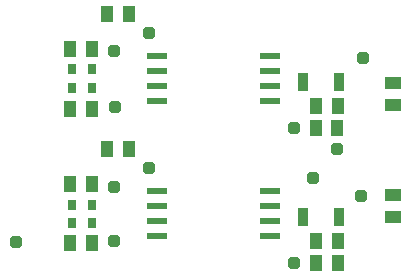
<source format=gtp>
G04*
G04 #@! TF.GenerationSoftware,Altium Limited,Altium Designer,21.6.4 (81)*
G04*
G04 Layer_Color=8421504*
%FSLAX25Y25*%
%MOIN*%
G70*
G04*
G04 #@! TF.SameCoordinates,1C97AE3E-24CA-4656-ADB5-1DC68C47BFAE*
G04*
G04*
G04 #@! TF.FilePolarity,Positive*
G04*
G01*
G75*
%ADD16R,0.07087X0.02362*%
%ADD17R,0.02756X0.03347*%
%ADD18R,0.03543X0.06496*%
G04:AMPARAMS|DCode=19|XSize=39.37mil|YSize=39.37mil|CornerRadius=9.84mil|HoleSize=0mil|Usage=FLASHONLY|Rotation=90.000|XOffset=0mil|YOffset=0mil|HoleType=Round|Shape=RoundedRectangle|*
%AMROUNDEDRECTD19*
21,1,0.03937,0.01968,0,0,90.0*
21,1,0.01968,0.03937,0,0,90.0*
1,1,0.01968,0.00984,0.00984*
1,1,0.01968,0.00984,-0.00984*
1,1,0.01968,-0.00984,-0.00984*
1,1,0.01968,-0.00984,0.00984*
%
%ADD19ROUNDEDRECTD19*%
%ADD20R,0.03937X0.05315*%
%ADD21R,0.05315X0.03937*%
D16*
X-71000Y93000D02*
D03*
Y98000D02*
D03*
Y103000D02*
D03*
Y108000D02*
D03*
X-33400Y93000D02*
D03*
Y98000D02*
D03*
Y103000D02*
D03*
Y108000D02*
D03*
Y63000D02*
D03*
Y58000D02*
D03*
Y53000D02*
D03*
Y48000D02*
D03*
X-71000Y63000D02*
D03*
Y58000D02*
D03*
Y53000D02*
D03*
Y48000D02*
D03*
D17*
X-99448Y58600D02*
D03*
X-92952D02*
D03*
X-99448Y52400D02*
D03*
X-92952D02*
D03*
X-99448Y97600D02*
D03*
X-92952D02*
D03*
X-99448Y103700D02*
D03*
X-92952D02*
D03*
D18*
X-10496Y99500D02*
D03*
X-22504D02*
D03*
Y54500D02*
D03*
X-10496D02*
D03*
D19*
X-2500Y107500D02*
D03*
X-3000Y61500D02*
D03*
X-25500Y39000D02*
D03*
Y84000D02*
D03*
X-19000Y67500D02*
D03*
X-11000Y77000D02*
D03*
X-118000Y46000D02*
D03*
X-73800Y70900D02*
D03*
X-73700Y115900D02*
D03*
X-85300Y46600D02*
D03*
X-85200Y91100D02*
D03*
X-85300Y64400D02*
D03*
X-85400Y109700D02*
D03*
D20*
X-87842Y122000D02*
D03*
X-80558D02*
D03*
X-92958Y65300D02*
D03*
X-100242D02*
D03*
X-92958Y45700D02*
D03*
X-100242D02*
D03*
X-10858Y46500D02*
D03*
X-18142D02*
D03*
X-11000Y84000D02*
D03*
X-18283D02*
D03*
X-10858Y39000D02*
D03*
X-18142D02*
D03*
X-10858Y91500D02*
D03*
X-18142D02*
D03*
X-100242Y90600D02*
D03*
X-92958D02*
D03*
X-100242Y110500D02*
D03*
X-92958D02*
D03*
X-80358Y77200D02*
D03*
X-87642D02*
D03*
D21*
X7500Y61783D02*
D03*
Y54500D02*
D03*
Y91858D02*
D03*
Y99142D02*
D03*
M02*

</source>
